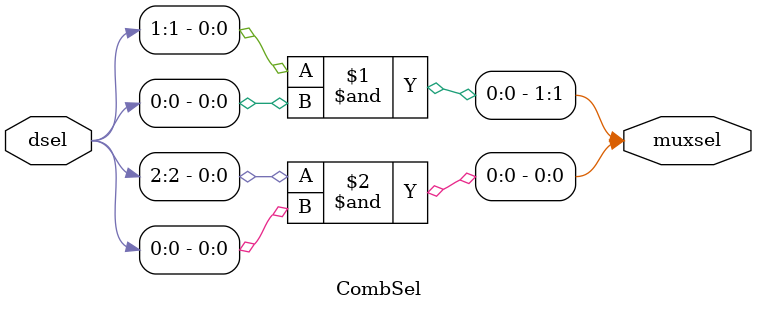
<source format=v>
module CombSel(
    input [3:0] dsel,
    output [1:0] muxsel
    );

	assign muxsel[1] = dsel[1]&dsel[0];
	assign muxsel[0] = dsel[2]&dsel[0];

endmodule

</source>
